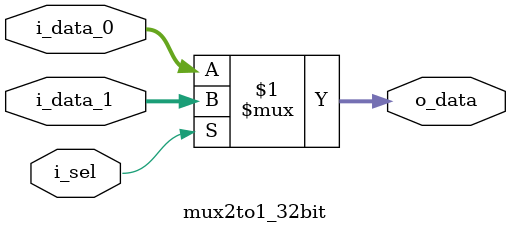
<source format=sv>
module mux2to1_32bit (
	input logic        i_sel,
	input logic [31:0] i_data_0,
	input logic [31:0] i_data_1,
	output logic [31:0] o_data
);

	assign o_data = (i_sel) ? i_data_1 : i_data_0;
	
endmodule: mux2to1_32bit
</source>
